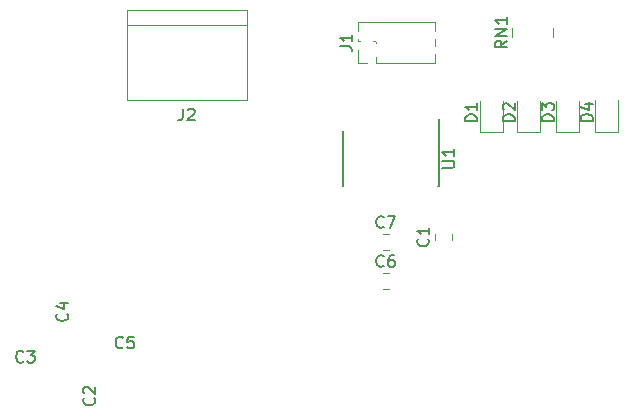
<source format=gbr>
G04 #@! TF.GenerationSoftware,KiCad,Pcbnew,5.0.2-bee76a0~70~ubuntu16.04.1*
G04 #@! TF.CreationDate,2020-01-03T14:39:20-08:00*
G04 #@! TF.ProjectId,Cap_touch_test,4361705f-746f-4756-9368-5f746573742e,rev?*
G04 #@! TF.SameCoordinates,Original*
G04 #@! TF.FileFunction,Legend,Top*
G04 #@! TF.FilePolarity,Positive*
%FSLAX46Y46*%
G04 Gerber Fmt 4.6, Leading zero omitted, Abs format (unit mm)*
G04 Created by KiCad (PCBNEW 5.0.2-bee76a0~70~ubuntu16.04.1) date Fri 03 Jan 2020 14:39:20 PST*
%MOMM*%
%LPD*%
G01*
G04 APERTURE LIST*
%ADD10C,0.120000*%
%ADD11C,0.150000*%
G04 APERTURE END LIST*
D10*
G04 #@! TO.C,C1*
X91111000Y-34627078D02*
X91111000Y-34109922D01*
X92531000Y-34627078D02*
X92531000Y-34109922D01*
G04 #@! TO.C,C6*
X86687922Y-37390000D02*
X87205078Y-37390000D01*
X86687922Y-38810000D02*
X87205078Y-38810000D01*
G04 #@! TO.C,C7*
X86687922Y-35508000D02*
X87205078Y-35508000D01*
X86687922Y-34088000D02*
X87205078Y-34088000D01*
G04 #@! TO.C,D1*
X94925000Y-22827500D02*
X94925000Y-25512500D01*
X94925000Y-25512500D02*
X96845000Y-25512500D01*
X96845000Y-25512500D02*
X96845000Y-22827500D01*
G04 #@! TO.C,D2*
X100020000Y-25512500D02*
X100020000Y-22827500D01*
X98100000Y-25512500D02*
X100020000Y-25512500D01*
X98100000Y-22827500D02*
X98100000Y-25512500D01*
G04 #@! TO.C,D3*
X101402000Y-22827500D02*
X101402000Y-25512500D01*
X101402000Y-25512500D02*
X103322000Y-25512500D01*
X103322000Y-25512500D02*
X103322000Y-22827500D01*
G04 #@! TO.C,D4*
X106624000Y-25482500D02*
X106624000Y-22797500D01*
X104704000Y-25482500D02*
X106624000Y-25482500D01*
X104704000Y-22797500D02*
X104704000Y-25482500D01*
G04 #@! TO.C,J1*
X91119000Y-19672000D02*
X91119000Y-18849530D01*
X91119000Y-16964470D02*
X91119000Y-16142000D01*
X91119000Y-18234470D02*
X91119000Y-17579530D01*
X86104000Y-19672000D02*
X91119000Y-19672000D01*
X84649000Y-16142000D02*
X91119000Y-16142000D01*
X86104000Y-19672000D02*
X86104000Y-19105471D01*
X86104000Y-17978529D02*
X86104000Y-17835471D01*
X86050529Y-17782000D02*
X85907471Y-17782000D01*
X84780529Y-17782000D02*
X84649000Y-17782000D01*
X84649000Y-17782000D02*
X84649000Y-17579530D01*
X84649000Y-16964470D02*
X84649000Y-16142000D01*
X85344000Y-19672000D02*
X84584000Y-19672000D01*
X84584000Y-19672000D02*
X84584000Y-18542000D01*
G04 #@! TO.C,J2*
X65024000Y-16433800D02*
X75184000Y-16433800D01*
X65024000Y-15163800D02*
X65024000Y-22783800D01*
X65024000Y-22783800D02*
X75184000Y-22783800D01*
X75184000Y-22783800D02*
X75184000Y-15163800D01*
X75184000Y-15163800D02*
X65024000Y-15163800D01*
G04 #@! TO.C,RN1*
X101091000Y-16657000D02*
X101091000Y-17457000D01*
X97651000Y-16657000D02*
X97651000Y-17457000D01*
D11*
G04 #@! TO.C,U1*
X91382000Y-30067000D02*
X91357000Y-30067000D01*
X83332000Y-30067000D02*
X83357000Y-30067000D01*
X83332000Y-25417000D02*
X83357000Y-25417000D01*
X91432000Y-24342000D02*
X91432000Y-30067000D01*
X83332000Y-25417000D02*
X83332000Y-30067000D01*
G04 #@! TO.C,C1*
X90528142Y-34535166D02*
X90575761Y-34582785D01*
X90623380Y-34725642D01*
X90623380Y-34820880D01*
X90575761Y-34963738D01*
X90480523Y-35058976D01*
X90385285Y-35106595D01*
X90194809Y-35154214D01*
X90051952Y-35154214D01*
X89861476Y-35106595D01*
X89766238Y-35058976D01*
X89671000Y-34963738D01*
X89623380Y-34820880D01*
X89623380Y-34725642D01*
X89671000Y-34582785D01*
X89718619Y-34535166D01*
X90623380Y-33582785D02*
X90623380Y-34154214D01*
X90623380Y-33868500D02*
X89623380Y-33868500D01*
X89766238Y-33963738D01*
X89861476Y-34058976D01*
X89909095Y-34154214D01*
G04 #@! TO.C,C6*
X86779833Y-36807142D02*
X86732214Y-36854761D01*
X86589357Y-36902380D01*
X86494119Y-36902380D01*
X86351261Y-36854761D01*
X86256023Y-36759523D01*
X86208404Y-36664285D01*
X86160785Y-36473809D01*
X86160785Y-36330952D01*
X86208404Y-36140476D01*
X86256023Y-36045238D01*
X86351261Y-35950000D01*
X86494119Y-35902380D01*
X86589357Y-35902380D01*
X86732214Y-35950000D01*
X86779833Y-35997619D01*
X87636976Y-35902380D02*
X87446500Y-35902380D01*
X87351261Y-35950000D01*
X87303642Y-35997619D01*
X87208404Y-36140476D01*
X87160785Y-36330952D01*
X87160785Y-36711904D01*
X87208404Y-36807142D01*
X87256023Y-36854761D01*
X87351261Y-36902380D01*
X87541738Y-36902380D01*
X87636976Y-36854761D01*
X87684595Y-36807142D01*
X87732214Y-36711904D01*
X87732214Y-36473809D01*
X87684595Y-36378571D01*
X87636976Y-36330952D01*
X87541738Y-36283333D01*
X87351261Y-36283333D01*
X87256023Y-36330952D01*
X87208404Y-36378571D01*
X87160785Y-36473809D01*
G04 #@! TO.C,C7*
X86779833Y-33505142D02*
X86732214Y-33552761D01*
X86589357Y-33600380D01*
X86494119Y-33600380D01*
X86351261Y-33552761D01*
X86256023Y-33457523D01*
X86208404Y-33362285D01*
X86160785Y-33171809D01*
X86160785Y-33028952D01*
X86208404Y-32838476D01*
X86256023Y-32743238D01*
X86351261Y-32648000D01*
X86494119Y-32600380D01*
X86589357Y-32600380D01*
X86732214Y-32648000D01*
X86779833Y-32695619D01*
X87113166Y-32600380D02*
X87779833Y-32600380D01*
X87351261Y-33600380D01*
G04 #@! TO.C,D1*
X94687380Y-24565595D02*
X93687380Y-24565595D01*
X93687380Y-24327500D01*
X93735000Y-24184642D01*
X93830238Y-24089404D01*
X93925476Y-24041785D01*
X94115952Y-23994166D01*
X94258809Y-23994166D01*
X94449285Y-24041785D01*
X94544523Y-24089404D01*
X94639761Y-24184642D01*
X94687380Y-24327500D01*
X94687380Y-24565595D01*
X94687380Y-23041785D02*
X94687380Y-23613214D01*
X94687380Y-23327500D02*
X93687380Y-23327500D01*
X93830238Y-23422738D01*
X93925476Y-23517976D01*
X93973095Y-23613214D01*
G04 #@! TO.C,D2*
X97862380Y-24565595D02*
X96862380Y-24565595D01*
X96862380Y-24327500D01*
X96910000Y-24184642D01*
X97005238Y-24089404D01*
X97100476Y-24041785D01*
X97290952Y-23994166D01*
X97433809Y-23994166D01*
X97624285Y-24041785D01*
X97719523Y-24089404D01*
X97814761Y-24184642D01*
X97862380Y-24327500D01*
X97862380Y-24565595D01*
X96957619Y-23613214D02*
X96910000Y-23565595D01*
X96862380Y-23470357D01*
X96862380Y-23232261D01*
X96910000Y-23137023D01*
X96957619Y-23089404D01*
X97052857Y-23041785D01*
X97148095Y-23041785D01*
X97290952Y-23089404D01*
X97862380Y-23660833D01*
X97862380Y-23041785D01*
G04 #@! TO.C,D3*
X101164380Y-24565595D02*
X100164380Y-24565595D01*
X100164380Y-24327500D01*
X100212000Y-24184642D01*
X100307238Y-24089404D01*
X100402476Y-24041785D01*
X100592952Y-23994166D01*
X100735809Y-23994166D01*
X100926285Y-24041785D01*
X101021523Y-24089404D01*
X101116761Y-24184642D01*
X101164380Y-24327500D01*
X101164380Y-24565595D01*
X100164380Y-23660833D02*
X100164380Y-23041785D01*
X100545333Y-23375119D01*
X100545333Y-23232261D01*
X100592952Y-23137023D01*
X100640571Y-23089404D01*
X100735809Y-23041785D01*
X100973904Y-23041785D01*
X101069142Y-23089404D01*
X101116761Y-23137023D01*
X101164380Y-23232261D01*
X101164380Y-23517976D01*
X101116761Y-23613214D01*
X101069142Y-23660833D01*
G04 #@! TO.C,D4*
X104466380Y-24535595D02*
X103466380Y-24535595D01*
X103466380Y-24297500D01*
X103514000Y-24154642D01*
X103609238Y-24059404D01*
X103704476Y-24011785D01*
X103894952Y-23964166D01*
X104037809Y-23964166D01*
X104228285Y-24011785D01*
X104323523Y-24059404D01*
X104418761Y-24154642D01*
X104466380Y-24297500D01*
X104466380Y-24535595D01*
X103799714Y-23107023D02*
X104466380Y-23107023D01*
X103418761Y-23345119D02*
X104133047Y-23583214D01*
X104133047Y-22964166D01*
G04 #@! TO.C,J1*
X83101380Y-18240333D02*
X83815666Y-18240333D01*
X83958523Y-18287952D01*
X84053761Y-18383190D01*
X84101380Y-18526047D01*
X84101380Y-18621285D01*
X84101380Y-17240333D02*
X84101380Y-17811761D01*
X84101380Y-17526047D02*
X83101380Y-17526047D01*
X83244238Y-17621285D01*
X83339476Y-17716523D01*
X83387095Y-17811761D01*
G04 #@! TO.C,J2*
X69770666Y-23506180D02*
X69770666Y-24220466D01*
X69723047Y-24363323D01*
X69627809Y-24458561D01*
X69484952Y-24506180D01*
X69389714Y-24506180D01*
X70199238Y-23601419D02*
X70246857Y-23553800D01*
X70342095Y-23506180D01*
X70580190Y-23506180D01*
X70675428Y-23553800D01*
X70723047Y-23601419D01*
X70770666Y-23696657D01*
X70770666Y-23791895D01*
X70723047Y-23934752D01*
X70151619Y-24506180D01*
X70770666Y-24506180D01*
G04 #@! TO.C,RN1*
X97223380Y-17747476D02*
X96747190Y-18080809D01*
X97223380Y-18318904D02*
X96223380Y-18318904D01*
X96223380Y-17937952D01*
X96271000Y-17842714D01*
X96318619Y-17795095D01*
X96413857Y-17747476D01*
X96556714Y-17747476D01*
X96651952Y-17795095D01*
X96699571Y-17842714D01*
X96747190Y-17937952D01*
X96747190Y-18318904D01*
X97223380Y-17318904D02*
X96223380Y-17318904D01*
X97223380Y-16747476D01*
X96223380Y-16747476D01*
X97223380Y-15747476D02*
X97223380Y-16318904D01*
X97223380Y-16033190D02*
X96223380Y-16033190D01*
X96366238Y-16128428D01*
X96461476Y-16223666D01*
X96509095Y-16318904D01*
G04 #@! TO.C,U1*
X91759380Y-28503904D02*
X92568904Y-28503904D01*
X92664142Y-28456285D01*
X92711761Y-28408666D01*
X92759380Y-28313428D01*
X92759380Y-28122952D01*
X92711761Y-28027714D01*
X92664142Y-27980095D01*
X92568904Y-27932476D01*
X91759380Y-27932476D01*
X92759380Y-26932476D02*
X92759380Y-27503904D01*
X92759380Y-27218190D02*
X91759380Y-27218190D01*
X91902238Y-27313428D01*
X91997476Y-27408666D01*
X92045095Y-27503904D01*
G04 #@! TO.C,C2*
X62256942Y-47994866D02*
X62304561Y-48042485D01*
X62352180Y-48185342D01*
X62352180Y-48280580D01*
X62304561Y-48423438D01*
X62209323Y-48518676D01*
X62114085Y-48566295D01*
X61923609Y-48613914D01*
X61780752Y-48613914D01*
X61590276Y-48566295D01*
X61495038Y-48518676D01*
X61399800Y-48423438D01*
X61352180Y-48280580D01*
X61352180Y-48185342D01*
X61399800Y-48042485D01*
X61447419Y-47994866D01*
X61447419Y-47613914D02*
X61399800Y-47566295D01*
X61352180Y-47471057D01*
X61352180Y-47232961D01*
X61399800Y-47137723D01*
X61447419Y-47090104D01*
X61542657Y-47042485D01*
X61637895Y-47042485D01*
X61780752Y-47090104D01*
X62352180Y-47661533D01*
X62352180Y-47042485D01*
G04 #@! TO.C,C3*
X56272133Y-44908742D02*
X56224514Y-44956361D01*
X56081657Y-45003980D01*
X55986419Y-45003980D01*
X55843561Y-44956361D01*
X55748323Y-44861123D01*
X55700704Y-44765885D01*
X55653085Y-44575409D01*
X55653085Y-44432552D01*
X55700704Y-44242076D01*
X55748323Y-44146838D01*
X55843561Y-44051600D01*
X55986419Y-44003980D01*
X56081657Y-44003980D01*
X56224514Y-44051600D01*
X56272133Y-44099219D01*
X56605466Y-44003980D02*
X57224514Y-44003980D01*
X56891180Y-44384933D01*
X57034038Y-44384933D01*
X57129276Y-44432552D01*
X57176895Y-44480171D01*
X57224514Y-44575409D01*
X57224514Y-44813504D01*
X57176895Y-44908742D01*
X57129276Y-44956361D01*
X57034038Y-45003980D01*
X56748323Y-45003980D01*
X56653085Y-44956361D01*
X56605466Y-44908742D01*
G04 #@! TO.C,C4*
X59970942Y-40857466D02*
X60018561Y-40905085D01*
X60066180Y-41047942D01*
X60066180Y-41143180D01*
X60018561Y-41286038D01*
X59923323Y-41381276D01*
X59828085Y-41428895D01*
X59637609Y-41476514D01*
X59494752Y-41476514D01*
X59304276Y-41428895D01*
X59209038Y-41381276D01*
X59113800Y-41286038D01*
X59066180Y-41143180D01*
X59066180Y-41047942D01*
X59113800Y-40905085D01*
X59161419Y-40857466D01*
X59399514Y-40000323D02*
X60066180Y-40000323D01*
X59018561Y-40238419D02*
X59732847Y-40476514D01*
X59732847Y-39857466D01*
G04 #@! TO.C,C5*
X64704933Y-43714942D02*
X64657314Y-43762561D01*
X64514457Y-43810180D01*
X64419219Y-43810180D01*
X64276361Y-43762561D01*
X64181123Y-43667323D01*
X64133504Y-43572085D01*
X64085885Y-43381609D01*
X64085885Y-43238752D01*
X64133504Y-43048276D01*
X64181123Y-42953038D01*
X64276361Y-42857800D01*
X64419219Y-42810180D01*
X64514457Y-42810180D01*
X64657314Y-42857800D01*
X64704933Y-42905419D01*
X65609695Y-42810180D02*
X65133504Y-42810180D01*
X65085885Y-43286371D01*
X65133504Y-43238752D01*
X65228742Y-43191133D01*
X65466838Y-43191133D01*
X65562076Y-43238752D01*
X65609695Y-43286371D01*
X65657314Y-43381609D01*
X65657314Y-43619704D01*
X65609695Y-43714942D01*
X65562076Y-43762561D01*
X65466838Y-43810180D01*
X65228742Y-43810180D01*
X65133504Y-43762561D01*
X65085885Y-43714942D01*
G04 #@! TD*
M02*

</source>
